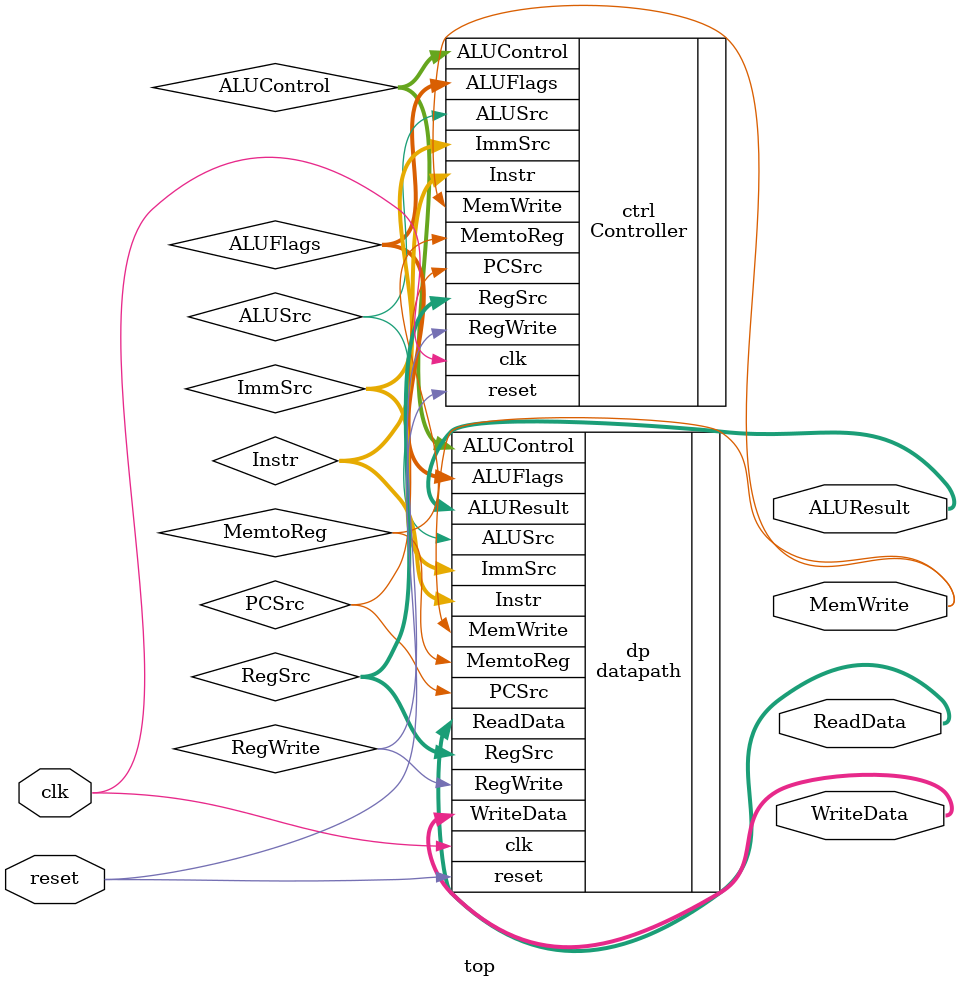
<source format=sv>
module top(
    input  logic        clk,
    input  logic        reset,
    output logic        MemWrite,
    output logic [31:0] WriteData,
    output logic [31:0] ReadData,
    output logic [31:0] ALUResult
);
    logic        RegWrite;
    logic        ALUSrc;
    logic        MemtoReg;
    logic [1:0]  RegSrc;
    logic [1:0]  ImmSrc;
    logic [3:0]  ALUControl;
    logic        PCSrc;
    logic [31:0] Instr;
    logic [3:0]  ALUFlags;

    datapath dp(
        .clk       (clk),
        .reset     (reset),
        .RegWrite  (RegWrite),
        .MemWrite  (MemWrite),
        .ALUSrc    (ALUSrc),
        .MemtoReg  (MemtoReg),
        .RegSrc    (RegSrc),
        .ImmSrc    (ImmSrc),
        .ALUControl(ALUControl),
        .PCSrc     (PCSrc),
        .Instr     (Instr),
        .ALUFlags  (ALUFlags),
        .ALUResult (ALUResult),
        .WriteData (WriteData),
        .ReadData  (ReadData)
    );

    Controller ctrl(
        .clk       (clk),
        .reset     (reset),
        .Instr     (Instr),
        .ALUFlags  (ALUFlags),
        .RegWrite  (RegWrite),
        .MemWrite  (MemWrite),
        .ALUSrc    (ALUSrc),
        .MemtoReg  (MemtoReg),
        .RegSrc    (RegSrc),
        .ImmSrc    (ImmSrc),
        .ALUControl(ALUControl),
        .PCSrc     (PCSrc)
    );

endmodule
</source>
